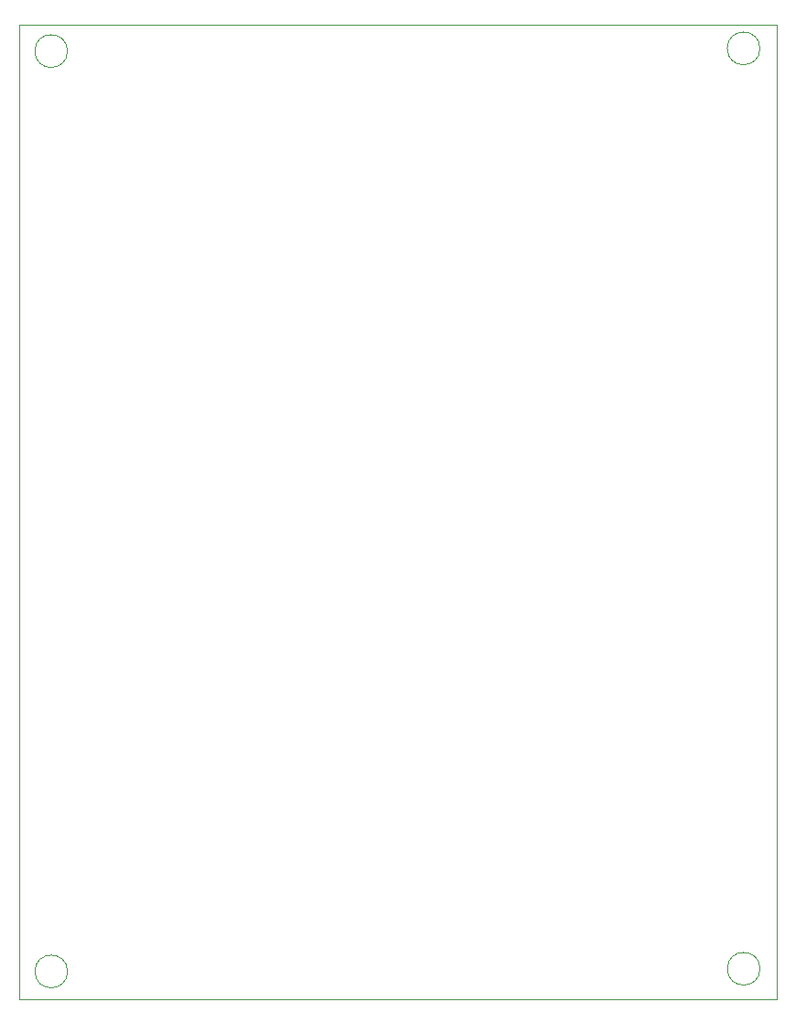
<source format=gbr>
%TF.GenerationSoftware,KiCad,Pcbnew,(6.0.2-0)*%
%TF.CreationDate,2022-04-11T12:52:23+09:00*%
%TF.ProjectId,reTProject,72655450-726f-46a6-9563-742e6b696361,rev?*%
%TF.SameCoordinates,Original*%
%TF.FileFunction,Profile,NP*%
%FSLAX46Y46*%
G04 Gerber Fmt 4.6, Leading zero omitted, Abs format (unit mm)*
G04 Created by KiCad (PCBNEW (6.0.2-0)) date 2022-04-11 12:52:23*
%MOMM*%
%LPD*%
G01*
G04 APERTURE LIST*
%TA.AperFunction,Profile*%
%ADD10C,0.100000*%
%TD*%
G04 APERTURE END LIST*
D10*
X138020000Y-135750000D02*
G75*
G03*
X138020000Y-135750000I-1510000J0D01*
G01*
X138010000Y-50750000D02*
G75*
G03*
X138010000Y-50750000I-1510000J0D01*
G01*
X69575000Y-48550000D02*
X139575000Y-48550000D01*
X139575000Y-48550000D02*
X139575000Y-138550000D01*
X139575000Y-138550000D02*
X69575000Y-138550000D01*
X69575000Y-138550000D02*
X69575000Y-48550000D01*
X74020000Y-136000000D02*
G75*
G03*
X74020000Y-136000000I-1510000J0D01*
G01*
X74010000Y-51000000D02*
G75*
G03*
X74010000Y-51000000I-1510000J0D01*
G01*
M02*

</source>
